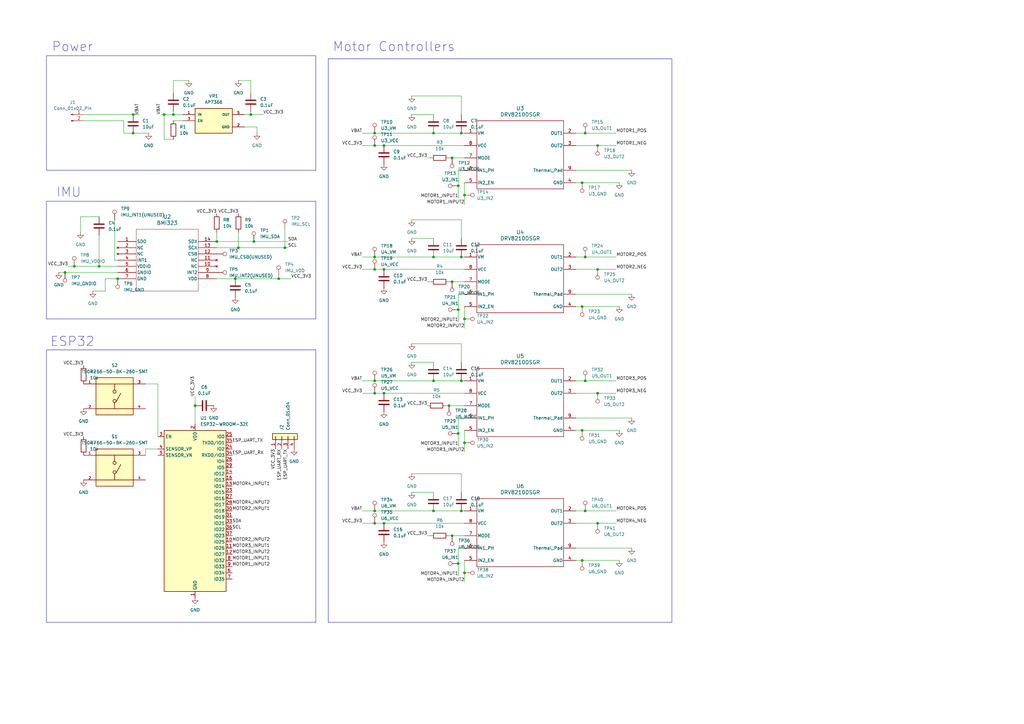
<source format=kicad_sch>
(kicad_sch (version 20250114) (generator "eeschema") (generator_version "9.0")
  (paper "A3")
  (rectangle (start 19.05 82.55) (end 129.54 130.81))
  (rectangle (start 19.05 22.86) (end 129.54 69.85))
  (rectangle (start 19.05 143.51) (end 129.54 255.27))
  (rectangle (start 134.62 24.13) (end 275.59 255.27))
  (text "IMU" (at 28.194 78.994 0) (effects (font (size 3.81 3.81))))
  (text "Motor Controllers" (at 161.544 19.304 0) (effects (font (size 3.81 3.81))))
  (text "ESP32" (at 29.718 140.208 0) (effects (font (size 3.81 3.81))))
  (text "Power" (at 29.718 19.304 0) (effects (font (size 3.81 3.81))))
  (junction (at 157.48 59.69))
  (junction (at 185.42 64.77))
  (junction (at 104.14 99.06))
  (junction (at 26.67 111.76))
  (junction (at 67.31 46.99))
  (junction (at 190.5 181.61))
  (junction (at 185.42 219.71))
  (junction (at 187.96 177.8))
  (junction (at 245.11 59.69))
  (junction (at 238.76 229.87))
  (junction (at 54.61 54.61))
  (junction (at 240.03 156.21))
  (junction (at 157.48 214.63))
  (junction (at 190.5 234.95))
  (junction (at 189.23 209.55))
  (junction (at 116.84 101.6))
  (junction (at 153.67 156.21))
  (junction (at 96.52 114.3))
  (junction (at 153.67 54.61))
  (junction (at 190.5 130.81))
  (junction (at 240.03 54.61))
  (junction (at 40.64 109.22))
  (junction (at 238.76 74.93))
  (junction (at 189.23 54.61))
  (junction (at 187.96 76.2))
  (junction (at 245.11 161.29))
  (junction (at 153.67 110.49))
  (junction (at 88.9 99.06))
  (junction (at 153.67 105.41))
  (junction (at 184.15 166.37))
  (junction (at 97.79 101.6))
  (junction (at 185.42 115.57))
  (junction (at 30.48 109.22))
  (junction (at 177.8 105.41))
  (junction (at 153.67 59.69))
  (junction (at 238.76 125.73))
  (junction (at 157.48 161.29))
  (junction (at 240.03 105.41))
  (junction (at 157.48 110.49))
  (junction (at 245.11 110.49))
  (junction (at 187.96 231.14))
  (junction (at 48.26 114.3))
  (junction (at 153.67 209.55))
  (junction (at 114.3 114.3))
  (junction (at 240.03 209.55))
  (junction (at 153.67 161.29))
  (junction (at 177.8 54.61))
  (junction (at 190.5 80.01))
  (junction (at 102.87 46.99))
  (junction (at 177.8 209.55))
  (junction (at 153.67 214.63))
  (junction (at 187.96 127))
  (junction (at 189.23 156.21))
  (junction (at 177.8 156.21))
  (junction (at 71.12 46.99))
  (junction (at 189.23 105.41))
  (junction (at 54.61 46.99))
  (junction (at 80.01 166.37))
  (junction (at 245.11 214.63))
  (junction (at 238.76 176.53))
  (wire (pts (xy 245.11 110.49) (xy 252.73 110.49)))
  (wire (pts (xy 259.08 120.65) (xy 236.22 120.65)))
  (wire (pts (xy 102.87 38.1) (xy 102.87 33.02)))
  (wire (pts (xy 189.23 54.61) (xy 190.5 54.61)))
  (wire (pts (xy 259.08 69.85) (xy 236.22 69.85)))
  (wire (pts (xy 46.99 106.68) (xy 48.26 106.68)))
  (wire (pts (xy 185.42 219.71) (xy 190.5 219.71)))
  (wire (pts (xy 148.59 161.29) (xy 153.67 161.29)))
  (wire (pts (xy 238.76 74.93) (xy 236.22 74.93)))
  (wire (pts (xy 190.5 125.73) (xy 190.5 130.81)))
  (wire (pts (xy 114.3 113.03) (xy 114.3 114.3)))
  (wire (pts (xy 148.59 59.69) (xy 153.67 59.69)))
  (wire (pts (xy 157.48 59.69) (xy 190.5 59.69)))
  (wire (pts (xy 71.12 33.02) (xy 77.47 33.02)))
  (wire (pts (xy 153.67 214.63) (xy 157.48 214.63)))
  (wire (pts (xy 187.96 231.14) (xy 187.96 236.22)))
  (wire (pts (xy 184.15 166.37) (xy 190.5 166.37)))
  (wire (pts (xy 104.14 99.06) (xy 118.11 99.06)))
  (wire (pts (xy 236.22 110.49) (xy 245.11 110.49)))
  (wire (pts (xy 185.42 64.77) (xy 190.5 64.77)))
  (wire (pts (xy 33.02 88.9) (xy 40.64 88.9)))
  (wire (pts (xy 59.69 157.48) (xy 64.77 157.48)))
  (wire (pts (xy 238.76 176.53) (xy 236.22 176.53)))
  (wire (pts (xy 114.3 114.3) (xy 119.38 114.3)))
  (wire (pts (xy 175.26 115.57) (xy 176.53 115.57)))
  (wire (pts (xy 236.22 161.29) (xy 245.11 161.29)))
  (wire (pts (xy 177.8 54.61) (xy 189.23 54.61)))
  (wire (pts (xy 148.59 105.41) (xy 153.67 105.41)))
  (wire (pts (xy 50.8 49.53) (xy 34.29 49.53)))
  (wire (pts (xy 236.22 209.55) (xy 240.03 209.55)))
  (wire (pts (xy 240.03 54.61) (xy 252.73 54.61)))
  (wire (pts (xy 43.18 114.3) (xy 48.26 114.3)))
  (wire (pts (xy 168.91 46.99) (xy 177.8 46.99)))
  (wire (pts (xy 153.67 105.41) (xy 177.8 105.41)))
  (wire (pts (xy 64.77 179.07) (xy 64.77 157.48)))
  (wire (pts (xy 54.61 46.99) (xy 57.15 46.99)))
  (wire (pts (xy 245.11 214.63) (xy 252.73 214.63)))
  (wire (pts (xy 153.67 161.29) (xy 157.48 161.29)))
  (wire (pts (xy 190.5 80.01) (xy 190.5 83.82)))
  (wire (pts (xy 190.5 74.93) (xy 190.5 80.01)))
  (wire (pts (xy 187.96 120.65) (xy 190.5 120.65)))
  (wire (pts (xy 189.23 201.93) (xy 189.23 194.31)))
  (wire (pts (xy 185.42 115.57) (xy 184.15 115.57)))
  (wire (pts (xy 148.59 209.55) (xy 153.67 209.55)))
  (wire (pts (xy 27.94 109.22) (xy 30.48 109.22)))
  (wire (pts (xy 26.67 111.76) (xy 48.26 111.76)))
  (wire (pts (xy 40.64 109.22) (xy 48.26 109.22)))
  (wire (pts (xy 116.84 93.98) (xy 116.84 101.6)))
  (wire (pts (xy 236.22 59.69) (xy 245.11 59.69)))
  (wire (pts (xy 40.64 96.52) (xy 40.64 109.22)))
  (wire (pts (xy 245.11 59.69) (xy 252.73 59.69)))
  (wire (pts (xy 148.59 156.21) (xy 153.67 156.21)))
  (wire (pts (xy 97.79 33.02) (xy 102.87 33.02)))
  (wire (pts (xy 71.12 57.15) (xy 67.31 57.15)))
  (wire (pts (xy 177.8 209.55) (xy 189.23 209.55)))
  (wire (pts (xy 118.11 101.6) (xy 116.84 101.6)))
  (wire (pts (xy 177.8 105.41) (xy 189.23 105.41)))
  (wire (pts (xy 190.5 234.95) (xy 190.5 238.76)))
  (wire (pts (xy 175.26 219.71) (xy 176.53 219.71)))
  (wire (pts (xy 187.96 69.85) (xy 187.96 76.2)))
  (wire (pts (xy 190.5 176.53) (xy 190.5 181.61)))
  (wire (pts (xy 153.67 209.55) (xy 177.8 209.55)))
  (wire (pts (xy 148.59 54.61) (xy 153.67 54.61)))
  (wire (pts (xy 187.96 171.45) (xy 187.96 177.8)))
  (wire (pts (xy 254 229.87) (xy 238.76 229.87)))
  (wire (pts (xy 184.15 166.37) (xy 182.88 166.37)))
  (wire (pts (xy 148.59 214.63) (xy 153.67 214.63)))
  (wire (pts (xy 80.01 162.56) (xy 80.01 166.37)))
  (wire (pts (xy 88.9 99.06) (xy 104.14 99.06)))
  (wire (pts (xy 175.26 64.77) (xy 176.53 64.77)))
  (wire (pts (xy 189.23 156.21) (xy 190.5 156.21)))
  (wire (pts (xy 190.5 181.61) (xy 190.5 185.42)))
  (wire (pts (xy 50.8 54.61) (xy 54.61 54.61)))
  (wire (pts (xy 184.15 64.77) (xy 185.42 64.77)))
  (wire (pts (xy 71.12 46.99) (xy 74.93 46.99)))
  (wire (pts (xy 88.9 114.3) (xy 96.52 114.3)))
  (wire (pts (xy 157.48 110.49) (xy 190.5 110.49)))
  (wire (pts (xy 190.5 130.81) (xy 190.5 134.62)))
  (wire (pts (xy 187.96 177.8) (xy 187.96 182.88)))
  (wire (pts (xy 189.23 97.79) (xy 189.23 90.17)))
  (wire (pts (xy 100.33 46.99) (xy 102.87 46.99)))
  (wire (pts (xy 66.04 46.99) (xy 67.31 46.99)))
  (wire (pts (xy 50.8 54.61) (xy 50.8 49.53)))
  (wire (pts (xy 71.12 49.53) (xy 74.93 49.53)))
  (wire (pts (xy 153.67 110.49) (xy 157.48 110.49)))
  (wire (pts (xy 236.22 54.61) (xy 240.03 54.61)))
  (wire (pts (xy 153.67 156.21) (xy 177.8 156.21)))
  (wire (pts (xy 97.79 101.6) (xy 116.84 101.6)))
  (wire (pts (xy 189.23 148.59) (xy 189.23 140.97)))
  (wire (pts (xy 102.87 45.72) (xy 102.87 46.99)))
  (wire (pts (xy 153.67 59.69) (xy 157.48 59.69)))
  (wire (pts (xy 187.96 76.2) (xy 187.96 81.28)))
  (wire (pts (xy 254 176.53) (xy 238.76 176.53)))
  (wire (pts (xy 67.31 57.15) (xy 67.31 46.99)))
  (wire (pts (xy 254 125.73) (xy 238.76 125.73)))
  (wire (pts (xy 238.76 125.73) (xy 236.22 125.73)))
  (wire (pts (xy 187.96 69.85) (xy 190.5 69.85)))
  (wire (pts (xy 157.48 214.63) (xy 190.5 214.63)))
  (wire (pts (xy 187.96 127) (xy 187.96 132.08)))
  (wire (pts (xy 67.31 46.99) (xy 71.12 46.99)))
  (wire (pts (xy 187.96 224.79) (xy 190.5 224.79)))
  (wire (pts (xy 88.9 95.25) (xy 88.9 99.06)))
  (wire (pts (xy 240.03 209.55) (xy 252.73 209.55)))
  (wire (pts (xy 236.22 156.21) (xy 240.03 156.21)))
  (wire (pts (xy 59.69 186.69) (xy 59.69 184.15)))
  (wire (pts (xy 187.96 224.79) (xy 187.96 231.14)))
  (wire (pts (xy 102.87 46.99) (xy 107.95 46.99)))
  (wire (pts (xy 236.22 214.63) (xy 245.11 214.63)))
  (wire (pts (xy 24.13 111.76) (xy 26.67 111.76)))
  (wire (pts (xy 189.23 105.41) (xy 190.5 105.41)))
  (wire (pts (xy 105.41 54.61) (xy 105.41 52.07)))
  (wire (pts (xy 189.23 209.55) (xy 190.5 209.55)))
  (wire (pts (xy 245.11 161.29) (xy 252.73 161.29)))
  (wire (pts (xy 34.29 46.99) (xy 54.61 46.99)))
  (wire (pts (xy 168.91 140.97) (xy 189.23 140.97)))
  (wire (pts (xy 168.91 194.31) (xy 189.23 194.31)))
  (wire (pts (xy 259.08 224.79) (xy 236.22 224.79)))
  (wire (pts (xy 168.91 97.79) (xy 177.8 97.79)))
  (wire (pts (xy 177.8 156.21) (xy 189.23 156.21)))
  (wire (pts (xy 259.08 171.45) (xy 236.22 171.45)))
  (wire (pts (xy 168.91 201.93) (xy 177.8 201.93)))
  (wire (pts (xy 240.03 105.41) (xy 252.73 105.41)))
  (wire (pts (xy 80.01 166.37) (xy 80.01 173.99)))
  (wire (pts (xy 168.91 148.59) (xy 177.8 148.59)))
  (wire (pts (xy 190.5 115.57) (xy 185.42 115.57)))
  (wire (pts (xy 46.99 90.17) (xy 46.99 106.68)))
  (wire (pts (xy 236.22 105.41) (xy 240.03 105.41)))
  (wire (pts (xy 190.5 229.87) (xy 190.5 234.95)))
  (wire (pts (xy 97.79 101.6) (xy 88.9 101.6)))
  (wire (pts (xy 187.96 120.65) (xy 187.96 127)))
  (wire (pts (xy 30.48 109.22) (xy 40.64 109.22)))
  (wire (pts (xy 97.79 95.25) (xy 97.79 101.6)))
  (wire (pts (xy 38.1 119.38) (xy 43.18 119.38)))
  (wire (pts (xy 59.69 184.15) (xy 64.77 184.15)))
  (wire (pts (xy 148.59 110.49) (xy 153.67 110.49)))
  (wire (pts (xy 33.02 88.9) (xy 33.02 95.25)))
  (wire (pts (xy 54.61 54.61) (xy 60.96 54.61)))
  (wire (pts (xy 43.18 119.38) (xy 43.18 114.3)))
  (wire (pts (xy 153.67 54.61) (xy 177.8 54.61)))
  (wire (pts (xy 71.12 45.72) (xy 71.12 46.99)))
  (wire (pts (xy 254 74.93) (xy 238.76 74.93)))
  (wire (pts (xy 71.12 38.1) (xy 71.12 33.02)))
  (wire (pts (xy 238.76 229.87) (xy 236.22 229.87)))
  (wire (pts (xy 240.03 156.21) (xy 252.73 156.21)))
  (wire (pts (xy 168.91 39.37) (xy 189.23 39.37)))
  (wire (pts (xy 189.23 46.99) (xy 189.23 39.37)))
  (wire (pts (xy 185.42 219.71) (xy 184.15 219.71)))
  (wire (pts (xy 157.48 161.29) (xy 190.5 161.29)))
  (wire (pts (xy 96.52 114.3) (xy 114.3 114.3)))
  (wire (pts (xy 168.91 90.17) (xy 189.23 90.17)))
  (wire (pts (xy 187.96 171.45) (xy 190.5 171.45)))
  (wire (pts (xy 105.41 52.07) (xy 100.33 52.07)))
  (label "MOTOR1_INPUT1" (at 187.96 81.28 180))
  (label "MOTOR2_INPUT2" (at 95.25 222.25 0))
  (label "MOTOR4_NEG" (at 252.73 214.63 0))
  (label "MOTOR4_INPUT2" (at 190.5 238.76 180))
  (label "MOTOR4_INPUT1" (at 187.96 236.22 180))
  (label "MOTOR1_NEG" (at 252.73 59.69 0))
  (label "MOTOR2_INPUT2" (at 190.5 134.62 180))
  (label "VCC_3V3" (at 34.29 179.07 180))
  (label "MOTOR3_NEG" (at 252.73 161.29 0))
  (label "SDA" (at 118.11 99.06 0))
  (label "MOTOR2_POS" (at 252.73 105.41 0))
  (label "VCC_3V3" (at 34.29 149.86 180))
  (label "MOTOR2_NEG" (at 252.73 110.49 0))
  (label "VBAT" (at 148.59 105.41 180))
  (label "VBAT" (at 148.59 156.21 180))
  (label "VCC_3V3" (at 175.26 219.71 180))
  (label "MOTOR3_INPUT1" (at 187.96 182.88 180))
  (label "VCC_3V3" (at 119.38 114.3 0))
  (label "ESP_UART_RX" (at 115.57 184.15 270))
  (label "MOTOR3_POS" (at 252.73 156.21 0))
  (label "VCC_3V3" (at 107.95 46.99 0))
  (label "VBAT" (at 66.04 46.99 90))
  (label "MOTOR4_POS" (at 252.73 209.55 0))
  (label "VBAT" (at 57.15 46.99 90))
  (label "VBAT" (at 148.59 54.61 180))
  (label "VCC_3V3" (at 80.01 162.56 90))
  (label "MOTOR1_INPUT2" (at 190.5 83.82 180))
  (label "MOTOR1_POS" (at 252.73 54.61 0))
  (label "MOTOR3_INPUT1" (at 95.25 224.79 0))
  (label "MOTOR4_INPUT2" (at 95.25 207.01 0))
  (label "VCC_3V3" (at 175.26 166.37 180))
  (label "VCC_3V3" (at 175.26 64.77 180))
  (label "VCC_3V3" (at 27.94 109.22 180))
  (label "VCC_3V3" (at 175.26 115.57 180))
  (label "VCC_3V3" (at 148.59 214.63 180))
  (label "MOTOR4_INPUT1" (at 95.25 199.39 0))
  (label "VCC_3V3" (at 148.59 59.69 180))
  (label "VCC_3V3" (at 113.03 184.15 270))
  (label "VCC_3V3" (at 148.59 161.29 180))
  (label "SDA" (at 95.25 214.63 0))
  (label "MOTOR3_INPUT2" (at 190.5 185.42 180))
  (label "MOTOR1_INPUT1" (at 95.25 229.87 0))
  (label "MOTOR3_INPUT2" (at 95.25 227.33 0))
  (label "VCC_3V3" (at 97.79 87.63 180))
  (label "ESP_UART_TX" (at 95.25 181.61 0))
  (label "MOTOR1_INPUT2" (at 95.25 232.41 0))
  (label "MOTOR2_INPUT1" (at 95.25 209.55 0))
  (label "ESP_UART_RX" (at 95.25 186.69 0))
  (label "VCC_3V3" (at 88.9 87.63 180))
  (label "MOTOR2_INPUT1" (at 187.96 132.08 180))
  (label "SCL" (at 95.25 217.17 0))
  (label "ESP_UART_TX" (at 118.11 184.15 270))
  (label "SCL" (at 118.11 101.6 0))
  (label "VCC_3V3" (at 148.59 110.49 180))
  (label "VBAT" (at 148.59 209.55 180))
  (symbol (lib_id "Device:R") (at 180.34 64.77 90) (unit 1)
    (property "Reference" "R3" (at 180.34 58.42 90))
    (property "Value" "10k" (at 180.34 60.96 90))
    (property "Footprint" "Resistor_SMD:R_0603_1608Metric" (effects (hide yes)))
    (property "Description" "Resistor" (effects (hide yes)))
  )
  (symbol (lib_id "power:GND") (at 168.91 97.79 0) (unit 1)
    (property "Reference" "#PWR020" (effects (hide yes)))
    (property "Value" "GND" (at 168.91 102.87 0))
    (property "Description" "Power symbol creates a global label with name \"GND\" , ground" (effects (hide yes)))
  )
  (symbol (lib_id "power:GND") (at 168.91 90.17 0) (unit 1)
    (property "Reference" "#PWR019" (effects (hide yes)))
    (property "Value" "GND" (at 168.91 95.25 0))
    (property "Description" "Power symbol creates a global label with name \"GND\" , ground" (effects (hide yes)))
  )
  (symbol (lib_id "power:GND") (at 157.48 222.25 0) (unit 1)
    (property "Reference" "#PWR028" (effects (hide yes)))
    (property "Value" "GND" (at 157.48 227.33 0))
    (property "Description" "Power symbol creates a global label with name \"GND\" , ground" (effects (hide yes)))
  )
  (symbol (lib_id "2025-09-15_20-21-28:DRV8210DSGR") (at 190.5 54.61 0) (unit 1)
    (property "Reference" "U3" (at 213.36 44.45 0) (effects (font (size 1.524 1.524))))
    (property "Value" "DRV8210DSGR" (at 213.36 46.99 0) (effects (font (size 1.524 1.524))))
    (property "Footprint" "footprints:DSG0008A-IPC_A" (effects (hide yes)))
    (property "Datasheet" "https://www.ti.com/lit/gpn/drv8210" (effects (hide yes)))
  )
  (symbol (lib_id "Connector_Generic:Conn_01x04") (at 115.57 179.07 90) (unit 1)
    (property "Reference" "J2" (at 115.5699 176.53 0) (effects (justify left)))
    (property "Value" "Conn_01x04" (at 118.1099 176.53 0) (effects (justify left)))
    (property "Footprint" "footprints:JST_B4B-PH-SM4-TB" (effects (hide yes)))
    (property "Description" "Generic connector, single row, 01x04, script generated (kicad-library-utils/schlib/autogen/connector/)" (effects (hide yes)))
  )
  (symbol (lib_id "power:GND") (at 259.08 120.65 0) (unit 1)
    (property "Reference" "#PWR022" (effects (hide yes)))
    (property "Value" "GND" (at 259.08 125.73 0))
    (property "Description" "Power symbol creates a global label with name \"GND\" , ground" (effects (hide yes)))
  )
  (symbol (lib_id "Connector:TestPoint") (at 153.67 156.21 0) (unit 1)
    (property "Reference" "TP26" (at 156.21 151.6379 0) (effects (justify left)))
    (property "Value" "U5_VM" (at 156.21 154.1779 0) (effects (justify left)))
    (property "Footprint" "TestPoint:TestPoint_Pad_1.0x1.0mm" (effects (hide yes)))
    (property "Description" "test point" (effects (hide yes)))
  )
  (symbol (lib_id "Connector:TestPoint") (at 153.67 214.63 0) (unit 1)
    (property "Reference" "TP35" (at 156.21 210.0579 0) (effects (justify left)))
    (property "Value" "U6_VCC" (at 156.21 212.5979 0) (effects (justify left)))
    (property "Footprint" "TestPoint:TestPoint_Pad_1.0x1.0mm" (effects (hide yes)))
    (property "Description" "test point" (effects (hide yes)))
  )
  (symbol (lib_id "power:GND") (at 87.63 166.37 0) (unit 1)
    (property "Reference" "#PWR010" (effects (hide yes)))
    (property "Value" "GND" (at 87.63 171.45 0))
    (property "Description" "Power symbol creates a global label with name \"GND\" , ground" (effects (hide yes)))
  )
  (symbol (lib_id "power:GND") (at 259.08 171.45 0) (unit 1)
    (property "Reference" "#PWR027" (effects (hide yes)))
    (property "Value" "GND" (at 259.08 176.53 0))
    (property "Description" "Power symbol creates a global label with name \"GND\" , ground" (effects (hide yes)))
  )
  (symbol (lib_id "power:GND") (at 259.08 224.79 0) (unit 1)
    (property "Reference" "#PWR032" (effects (hide yes)))
    (property "Value" "GND" (at 259.08 229.87 0))
    (property "Description" "Power symbol creates a global label with name \"GND\" , ground" (effects (hide yes)))
  )
  (symbol (lib_id "Device:C") (at 157.48 165.1 0) (unit 1)
    (property "Reference" "C13" (at 161.29 163.8299 0) (effects (justify left)))
    (property "Value" "0.1uF" (at 161.29 166.3699 0) (effects (justify left)))
    (property "Footprint" "Capacitor_SMD:C_0603_1608Metric" (effects (hide yes)))
    (property "Description" "Unpolarized capacitor" (effects (hide yes)))
  )
  (symbol (lib_id "Connector:TestPoint") (at 88.9 104.14 270) (unit 1)
    (property "Reference" "TP3" (at 93.98 102.8699 90) (effects (justify left)))
    (property "Value" "IMU_CSB(UNUSED)" (at 93.98 105.4099 90) (effects (justify left)))
    (property "Footprint" "TestPoint:TestPoint_Pad_1.0x1.0mm" (effects (hide yes)))
    (property "Description" "test point" (effects (hide yes)))
  )
  (symbol (lib_id "Connector:TestPoint") (at 238.76 229.87 180) (unit 1)
    (property "Reference" "TP39" (at 241.3 231.9019 0) (effects (justify right)))
    (property "Value" "U6_GND" (at 241.3 234.4419 0) (effects (justify right)))
    (property "Footprint" "TestPoint:TestPoint_Pad_1.0x1.0mm" (effects (hide yes)))
    (property "Description" "test point" (effects (hide yes)))
  )
  (symbol (lib_id "power:GND") (at 254 74.93 0) (unit 1)
    (property "Reference" "#PWR015" (effects (hide yes)))
    (property "Value" "GND" (at 254 80.01 0))
    (property "Description" "Power symbol creates a global label with name \"GND\" , ground" (effects (hide yes)))
  )
  (symbol (lib_id "Connector:TestPoint") (at 185.42 115.57 180) (unit 1)
    (property "Reference" "TP20" (at 187.96 117.6019 0) (effects (justify right)))
    (property "Value" "U4_MODE" (at 187.96 120.1419 0) (effects (justify right)))
    (property "Footprint" "TestPoint:TestPoint_Pad_1.0x1.0mm" (effects (hide yes)))
    (property "Description" "test point" (effects (hide yes)))
  )
  (symbol (lib_id "power:GND") (at 38.1 119.38 0) (unit 1)
    (property "Reference" "#PWR07" (effects (hide yes)))
    (property "Value" "GND" (at 38.1 124.46 0))
    (property "Description" "Power symbol creates a global label with name \"GND\" , ground" (effects (hide yes)))
  )
  (symbol (lib_id "Device:C") (at 157.48 218.44 0) (unit 1)
    (property "Reference" "C16" (at 161.29 217.1699 0) (effects (justify left)))
    (property "Value" "0.1uF" (at 161.29 219.7099 0) (effects (justify left)))
    (property "Footprint" "Capacitor_SMD:C_0603_1608Metric" (effects (hide yes)))
    (property "Description" "Unpolarized capacitor" (effects (hide yes)))
  )
  (symbol (lib_id "2025-09-15_20-21-28:DRV8210DSGR") (at 190.5 156.21 0) (unit 1)
    (property "Reference" "U5" (at 213.36 146.05 0) (effects (font (size 1.524 1.524))))
    (property "Value" "DRV8210DSGR" (at 213.36 148.59 0) (effects (font (size 1.524 1.524))))
    (property "Footprint" "footprints:DSG0008A-IPC_A" (effects (hide yes)))
    (property "Datasheet" "https://www.ti.com/lit/gpn/drv8210" (effects (hide yes)))
  )
  (symbol (lib_id "Connector:TestPoint") (at 238.76 125.73 180) (unit 1)
    (property "Reference" "TP23" (at 241.3 127.7619 0) (effects (justify right)))
    (property "Value" "U4_GND" (at 241.3 130.3019 0) (effects (justify right)))
    (property "Footprint" "TestPoint:TestPoint_Pad_1.0x1.0mm" (effects (hide yes)))
    (property "Description" "test point" (effects (hide yes)))
  )
  (symbol (lib_id "Connector:TestPoint") (at 48.26 114.3 180) (unit 1)
    (property "Reference" "TP6" (at 50.8 116.3319 0) (effects (justify right)))
    (property "Value" "IMU_GND" (at 50.8 118.8719 0) (effects (justify right)))
    (property "Footprint" "TestPoint:TestPoint_Pad_1.0x1.0mm" (effects (hide yes)))
    (property "Description" "test point" (effects (hide yes)))
  )
  (symbol (lib_id "Device:C") (at 189.23 152.4 0) (unit 1)
    (property "Reference" "C15" (at 193.04 151.1299 0) (effects (justify left)))
    (property "Value" "0.1uF" (at 193.04 153.6699 0) (effects (justify left)))
    (property "Footprint" "Capacitor_SMD:C_0603_1608Metric" (effects (hide yes)))
    (property "Description" "Unpolarized capacitor" (effects (hide yes)))
  )
  (symbol (lib_id "power:GND") (at 80.01 245.11 0) (unit 1)
    (property "Reference" "#PWR05" (effects (hide yes)))
    (property "Value" "GND" (at 80.01 250.19 0))
    (property "Description" "Power symbol creates a global label with name \"GND\" , ground" (effects (hide yes)))
  )
  (symbol (lib_id "Device:R") (at 71.12 53.34 0) (unit 1)
    (property "Reference" "R1" (at 73.66 52.0699 0) (effects (justify left)))
    (property "Value" "10k" (at 73.66 54.6099 0) (effects (justify left)))
    (property "Footprint" "Resistor_SMD:R_0603_1608Metric" (effects (hide yes)))
    (property "Description" "Resistor" (effects (hide yes)))
  )
  (symbol (lib_id "RF_Module:ESP32-WROOM-32E") (at 80.01 209.55 0) (unit 1)
    (property "Reference" "U1" (at 82.1533 171.45 0) (effects (justify left)))
    (property "Value" "ESP32-WROOM-32E" (at 82.1533 173.99 0) (effects (justify left)))
    (property "Footprint" "RF_Module:ESP32-WROOM-32D" (effects (hide yes)))
    (property "Datasheet" "https://www.espressif.com/sites/default/files/documentation/esp32-wroom-32e_esp32-wroom-32ue_datasheet_en.pdf" (effects (hide yes)))
    (property "Description" "RF Module, ESP32-D0WD-V3 SoC, without PSRAM, Wi-Fi 802.11b/g/n, Bluetooth, BLE, 32-bit, 2.7-3.6V, onboard antenna, SMD" (effects (hide yes)))
  )
  (symbol (lib_id "Device:C") (at 177.8 205.74 0) (unit 1)
    (property "Reference" "C17" (at 181.61 204.4699 0) (effects (justify left)))
    (property "Value" "10uF" (at 181.61 207.0099 0) (effects (justify left)))
    (property "Footprint" "Capacitor_SMD:C_0805_2012Metric" (effects (hide yes)))
    (property "Description" "Unpolarized capacitor" (effects (hide yes)))
  )
  (symbol (lib_id "Connector:TestPoint") (at 185.42 64.77 180) (unit 1)
    (property "Reference" "TP12" (at 187.96 66.8019 0) (effects (justify right)))
    (property "Value" "U3_MODE" (at 187.96 69.3419 0) (effects (justify right)))
    (property "Footprint" "TestPoint:TestPoint_Pad_1.0x1.0mm" (effects (hide yes)))
    (property "Description" "test point" (effects (hide yes)))
  )
  (symbol (lib_id "Connector:TestPoint") (at 187.96 231.14 90) (unit 1)
    (property "Reference" "TP37" (at 184.658 226.06 90))
    (property "Value" "U6_IN1" (at 184.658 228.6 90))
    (property "Footprint" "TestPoint:TestPoint_Pad_1.0x1.0mm" (effects (hide yes)))
    (property "Description" "test point" (effects (hide yes)))
  )
  (symbol (lib_id "2025-09-15_20-21-28:DRV8210DSGR") (at 190.5 105.41 0) (unit 1)
    (property "Reference" "U4" (at 213.36 95.25 0) (effects (font (size 1.524 1.524))))
    (property "Value" "DRV8210DSGR" (at 213.36 97.79 0) (effects (font (size 1.524 1.524))))
    (property "Footprint" "footprints:DSG0008A-IPC_A" (effects (hide yes)))
    (property "Datasheet" "https://www.ti.com/lit/gpn/drv8210" (effects (hide yes)))
  )
  (symbol (lib_id "Device:R") (at 97.79 91.44 0) (unit 1)
    (property "Reference" "R9" (at 100.33 90.1699 0) (effects (justify left)))
    (property "Value" "10k" (at 100.33 92.7099 0) (effects (justify left)))
    (property "Footprint" "Resistor_SMD:R_0603_1608Metric" (effects (hide yes)))
    (property "Description" "Resistor" (effects (hide yes)))
  )
  (symbol (lib_id "Device:C") (at 189.23 50.8 0) (unit 1)
    (property "Reference" "C7" (at 193.04 49.5299 0) (effects (justify left)))
    (property "Value" "0.1uF" (at 193.04 52.0699 0) (effects (justify left)))
    (property "Footprint" "Capacitor_SMD:C_0603_1608Metric" (effects (hide yes)))
    (property "Description" "Unpolarized capacitor" (effects (hide yes)))
  )
  (symbol (lib_id "Connector:TestPoint") (at 46.99 90.17 0) (unit 1)
    (property "Reference" "TP9" (at 49.53 85.5979 0) (effects (justify left)))
    (property "Value" "IMU_INT1(UNUSED)" (at 49.53 88.1379 0) (effects (justify left)))
    (property "Footprint" "TestPoint:TestPoint_Pad_1.0x1.0mm" (effects (hide yes)))
    (property "Description" "test point" (effects (hide yes)))
  )
  (symbol (lib_id "Connector:TestPoint") (at 153.67 59.69 0) (unit 1)
    (property "Reference" "TP11" (at 156.21 55.1179 0) (effects (justify left)))
    (property "Value" "U3_VCC" (at 156.21 57.6579 0) (effects (justify left)))
    (property "Footprint" "TestPoint:TestPoint_Pad_1.0x1.0mm" (effects (hide yes)))
    (property "Description" "test point" (effects (hide yes)))
  )
  (symbol (lib_id "Device:C") (at 189.23 101.6 0) (unit 1)
    (property "Reference" "C12" (at 193.04 100.3299 0) (effects (justify left)))
    (property "Value" "0.1uF" (at 193.04 102.8699 0) (effects (justify left)))
    (property "Footprint" "Capacitor_SMD:C_0603_1608Metric" (effects (hide yes)))
    (property "Description" "Unpolarized capacitor" (effects (hide yes)))
  )
  (symbol (lib_id "Connector:TestPoint") (at 187.96 127 90) (unit 1)
    (property "Reference" "TP21" (at 184.658 121.92 90))
    (property "Value" "U4_IN1" (at 184.658 124.46 90))
    (property "Footprint" "TestPoint:TestPoint_Pad_1.0x1.0mm" (effects (hide yes)))
    (property "Description" "test point" (effects (hide yes)))
  )
  (symbol (lib_id "Connector:TestPoint") (at 30.48 109.22 0) (unit 1)
    (property "Reference" "TP8" (at 33.02 104.6479 0) (effects (justify left)))
    (property "Value" "IMU_VDDIO" (at 33.02 107.1879 0) (effects (justify left)))
    (property "Footprint" "TestPoint:TestPoint_Pad_1.0x1.0mm" (effects (hide yes)))
    (property "Description" "test point" (effects (hide yes)))
  )
  (symbol (lib_id "Connector:TestPoint") (at 114.3 113.03 0) (unit 1)
    (property "Reference" "TP4" (at 116.84 108.4579 0) (effects (justify left)))
    (property "Value" "IMU_VDD" (at 116.84 110.9979 0) (effects (justify left)))
    (property "Footprint" "TestPoint:TestPoint_Pad_1.0x1.0mm" (effects (hide yes)))
    (property "Description" "test point" (effects (hide yes)))
  )
  (symbol (lib_id "Connector:TestPoint") (at 88.9 111.76 270) (unit 1)
    (property "Reference" "TP5" (at 93.98 110.4899 90) (effects (justify left)))
    (property "Value" "IMU_INT2(UNUSED)" (at 93.98 113.0299 90) (effects (justify left)))
    (property "Footprint" "TestPoint:TestPoint_Pad_1.0x1.0mm" (effects (hide yes)))
    (property "Description" "test point" (effects (hide yes)))
  )
  (symbol (lib_id "Connector:TestPoint") (at 238.76 74.93 180) (unit 1)
    (property "Reference" "TP17" (at 241.3 76.9619 0) (effects (justify right)))
    (property "Value" "U3_GND" (at 241.3 79.5019 0) (effects (justify right)))
    (property "Footprint" "TestPoint:TestPoint_Pad_1.0x1.0mm" (effects (hide yes)))
    (property "Description" "test point" (effects (hide yes)))
  )
  (symbol (lib_id "Connector:TestPoint") (at 185.42 219.71 180) (unit 1)
    (property "Reference" "TP36" (at 187.96 221.7419 0) (effects (justify right)))
    (property "Value" "U6_MODE" (at 187.96 224.2819 0) (effects (justify right)))
    (property "Footprint" "TestPoint:TestPoint_Pad_1.0x1.0mm" (effects (hide yes)))
    (property "Description" "test point" (effects (hide yes)))
  )
  (symbol (lib_id "Device:C") (at 177.8 50.8 0) (unit 1)
    (property "Reference" "C8" (at 181.61 49.5299 0) (effects (justify left)))
    (property "Value" "10uF" (at 181.61 52.0699 0) (effects (justify left)))
    (property "Footprint" "Capacitor_SMD:C_0805_2012Metric" (effects (hide yes)))
    (property "Description" "Unpolarized capacitor" (effects (hide yes)))
  )
  (symbol (lib_id "Device:C") (at 157.48 114.3 0) (unit 1)
    (property "Reference" "C10" (at 161.29 113.0299 0) (effects (justify left)))
    (property "Value" "0.1uF" (at 161.29 115.5699 0) (effects (justify left)))
    (property "Footprint" "Capacitor_SMD:C_0603_1608Metric" (effects (hide yes)))
    (property "Description" "Unpolarized capacitor" (effects (hide yes)))
  )
  (symbol (lib_id "power:GND") (at 96.52 121.92 0) (unit 1)
    (property "Reference" "#PWR08" (effects (hide yes)))
    (property "Value" "GND" (at 96.52 127 0))
    (property "Description" "Power symbol creates a global label with name \"GND\" , ground" (effects (hide yes)))
  )
  (symbol (lib_id "power:GND") (at 168.91 46.99 0) (unit 1)
    (property "Reference" "#PWR012" (effects (hide yes)))
    (property "Value" "GND" (at 168.91 52.07 0))
    (property "Description" "Power symbol creates a global label with name \"GND\" , ground" (effects (hide yes)))
  )
  (symbol (lib_id "Device:C") (at 83.82 166.37 90) (unit 1)
    (property "Reference" "C6" (at 83.82 158.75 90))
    (property "Value" "0.1uF" (at 83.82 161.29 90))
    (property "Footprint" "Capacitor_SMD:C_0603_1608Metric" (effects (hide yes)))
    (property "Description" "Unpolarized capacitor" (effects (hide yes)))
  )
  (symbol (lib_id "power:GND") (at 157.48 67.31 0) (unit 1)
    (property "Reference" "#PWR011" (effects (hide yes)))
    (property "Value" "GND" (at 157.48 72.39 0))
    (property "Description" "Power symbol creates a global label with name \"GND\" , ground" (effects (hide yes)))
  )
  (symbol (lib_id "power:GND") (at 157.48 168.91 0) (unit 1)
    (property "Reference" "#PWR023" (effects (hide yes)))
    (property "Value" "GND" (at 157.48 173.99 0))
    (property "Description" "Power symbol creates a global label with name \"GND\" , ground" (effects (hide yes)))
  )
  (symbol (lib_id "2025-09-15_20-21-28:DRV8210DSGR") (at 190.5 209.55 0) (unit 1)
    (property "Reference" "U6" (at 213.36 199.39 0) (effects (font (size 1.524 1.524))))
    (property "Value" "DRV8210DSGR" (at 213.36 201.93 0) (effects (font (size 1.524 1.524))))
    (property "Footprint" "footprints:DSG0008A-IPC_A" (effects (hide yes)))
    (property "Datasheet" "https://www.ti.com/lit/gpn/drv8210" (effects (hide yes)))
  )
  (symbol (lib_id "TS04-66-50-BK-260-SMT:TS04-66-50-BK-260-SMT") (at 46.99 162.56 0) (unit 1)
    (property "Reference" "S2" (at 46.99 149.86 0))
    (property "Value" "TS04-66-50-BK-260-SMT" (at 46.99 152.4 0))
    (property "Footprint" "footprints:SW_TS04-66-50-BK-260-SMT" (effects (hide yes)))
    (property "PARTREV" "1.0" (effects (hide yes)))
    (property "MANUFACTURER" "CUI Devices" (effects (hide yes)))
    (property "STANDARD" "Manufacturer Recommendations" (effects (hide yes)))
  )
  (symbol (lib_id "Device:C") (at 40.64 92.71 0) (unit 1)
    (property "Reference" "C4" (at 44.45 91.4399 0) (effects (justify left)))
    (property "Value" "0.1uF" (at 44.45 93.9799 0) (effects (justify left)))
    (property "Footprint" "Capacitor_SMD:C_0603_1608Metric" (effects (hide yes)))
    (property "Description" "Unpolarized capacitor" (effects (hide yes)))
  )
  (symbol (lib_id "Connector:TestPoint") (at 245.11 214.63 180) (unit 1)
    (property "Reference" "TP41" (at 247.65 216.6619 0) (effects (justify right)))
    (property "Value" "U6_OUT2" (at 247.65 219.2019 0) (effects (justify right)))
    (property "Footprint" "TestPoint:TestPoint_Pad_1.0x1.0mm" (effects (hide yes)))
    (property "Description" "test point" (effects (hide yes)))
  )
  (symbol (lib_id "power:GND") (at 77.47 33.02 0) (unit 1)
    (property "Reference" "#PWR03" (effects (hide yes)))
    (property "Value" "GND" (at 77.47 38.1 0))
    (property "Description" "Power symbol creates a global label with name \"GND\" , ground" (effects (hide yes)))
  )
  (symbol (lib_id "Connector:TestPoint") (at 240.03 209.55 0) (unit 1)
    (property "Reference" "TP40" (at 242.57 204.9779 0) (effects (justify left)))
    (property "Value" "U6_OUT1" (at 242.57 207.5179 0) (effects (justify left)))
    (property "Footprint" "TestPoint:TestPoint_Pad_1.0x1.0mm" (effects (hide yes)))
    (property "Description" "test point" (effects (hide yes)))
  )
  (symbol (lib_id "Connector:TestPoint") (at 116.84 93.98 0) (unit 1)
    (property "Reference" "TP2" (at 119.38 89.4079 0) (effects (justify left)))
    (property "Value" "IMU_SCL" (at 119.38 91.9479 0) (effects (justify left)))
    (property "Footprint" "TestPoint:TestPoint_Pad_1.0x1.0mm" (effects (hide yes)))
    (property "Description" "test point" (effects (hide yes)))
  )
  (symbol (lib_id "Connector:TestPoint") (at 245.11 110.49 180) (unit 1)
    (property "Reference" "TP25" (at 247.65 112.5219 0) (effects (justify right)))
    (property "Value" "U4_OUT2" (at 247.65 115.0619 0) (effects (justify right)))
    (property "Footprint" "TestPoint:TestPoint_Pad_1.0x1.0mm" (effects (hide yes)))
    (property "Description" "test point" (effects (hide yes)))
  )
  (symbol (lib_id "Device:C") (at 54.61 50.8 0) (unit 1)
    (property "Reference" "C1" (at 58.42 49.5299 0) (effects (justify left)))
    (property "Value" "10uF" (at 58.42 52.0699 0) (effects (justify left)))
    (property "Footprint" "Capacitor_SMD:C_0805_2012Metric" (effects (hide yes)))
    (property "Description" "Unpolarized capacitor" (effects (hide yes)))
  )
  (symbol (lib_id "Connector:TestPoint") (at 240.03 105.41 0) (unit 1)
    (property "Reference" "TP24" (at 242.57 100.8379 0) (effects (justify left)))
    (property "Value" "U4_OUT1" (at 242.57 103.3779 0) (effects (justify left)))
    (property "Footprint" "TestPoint:TestPoint_Pad_1.0x1.0mm" (effects (hide yes)))
    (property "Description" "test point" (effects (hide yes)))
  )
  (symbol (lib_id "TS04-66-50-BK-260-SMT:TS04-66-50-BK-260-SMT") (at 46.99 191.77 0) (unit 1)
    (property "Reference" "S1" (at 46.99 179.07 0))
    (property "Value" "TS04-66-50-BK-260-SMT" (at 46.99 181.61 0))
    (property "Footprint" "footprints:SW_TS04-66-50-BK-260-SMT" (effects (hide yes)))
    (property "PARTREV" "1.0" (effects (hide yes)))
    (property "MANUFACTURER" "CUI Devices" (effects (hide yes)))
    (property "STANDARD" "Manufacturer Recommendations" (effects (hide yes)))
  )
  (symbol (lib_id "Connector:TestPoint") (at 153.67 161.29 0) (unit 1)
    (property "Reference" "TP27" (at 156.21 156.7179 0) (effects (justify left)))
    (property "Value" "U5_VCC" (at 156.21 159.2579 0) (effects (justify left)))
    (property "Footprint" "TestPoint:TestPoint_Pad_1.0x1.0mm" (effects (hide yes)))
    (property "Description" "test point" (effects (hide yes)))
  )
  (symbol (lib_id "power:GND") (at 168.91 140.97 0) (unit 1)
    (property "Reference" "#PWR024" (effects (hide yes)))
    (property "Value" "GND" (at 168.91 146.05 0))
    (property "Description" "Power symbol creates a global label with name \"GND\" , ground" (effects (hide yes)))
  )
  (symbol (lib_id "Connector:TestPoint") (at 26.67 111.76 180) (unit 1)
    (property "Reference" "TP7" (at 29.21 113.7919 0) (effects (justify right)))
    (property "Value" "IMU_GNDIO" (at 29.21 116.3319 0) (effects (justify right)))
    (property "Footprint" "TestPoint:TestPoint_Pad_1.0x1.0mm" (effects (hide yes)))
    (property "Description" "test point" (effects (hide yes)))
  )
  (symbol (lib_id "AP7366:AP7366-33W5-7") (at 87.63 49.53 0) (unit 1)
    (property "Reference" "VR1" (at 87.63 39.37 0))
    (property "Value" "AP7366" (at 87.63 41.91 0))
    (property "Footprint" "footprints:AP7366-33W5-7" (effects (hide yes)))
    (property "PARTREV" "1-2" (effects (hide yes)))
    (property "MANUFACTURER" "DIODES" (effects (hide yes)))
    (property "MAXIMUM_PACKAGE_HEIGHT" "1.4 mm" (effects (hide yes)))
    (property "STANDARD" "IPC-7351B" (effects (hide yes)))
  )
  (symbol (lib_id "Device:R") (at 88.9 91.44 0) (unit 1)
    (property "Reference" "R8" (at 91.44 90.1699 0) (effects (justify left)))
    (property "Value" "10k" (at 91.44 92.7099 0) (effects (justify left)))
    (property "Footprint" "Resistor_SMD:R_0603_1608Metric" (effects (hide yes)))
    (property "Description" "Resistor" (effects (hide yes)))
  )
  (symbol (lib_id "power:GND") (at 168.91 194.31 0) (unit 1)
    (property "Reference" "#PWR029" (effects (hide yes)))
    (property "Value" "GND" (at 168.91 199.39 0))
    (property "Description" "Power symbol creates a global label with name \"GND\" , ground" (effects (hide yes)))
  )
  (symbol (lib_id "power:GND") (at 120.65 184.15 0) (unit 1)
    (property "Reference" "#PWR016" (effects (hide yes)))
    (property "Value" "GND" (at 120.65 189.23 0))
    (property "Description" "Power symbol creates a global label with name \"GND\" , ground" (effects (hide yes)))
  )
  (symbol (lib_id "Connector:TestPoint") (at 245.11 59.69 180) (unit 1)
    (property "Reference" "TP16" (at 247.65 61.7219 0) (effects (justify right)))
    (property "Value" "U3_OUT2" (at 247.65 64.2619 0) (effects (justify right)))
    (property "Footprint" "TestPoint:TestPoint_Pad_1.0x1.0mm" (effects (hide yes)))
    (property "Description" "test point" (effects (hide yes)))
  )
  (symbol (lib_id "Connector:TestPoint") (at 240.03 54.61 0) (unit 1)
    (property "Reference" "TP15" (at 242.57 50.0379 0) (effects (justify left)))
    (property "Value" "U3_OUT1" (at 242.57 52.5779 0) (effects (justify left)))
    (property "Footprint" "TestPoint:TestPoint_Pad_1.0x1.0mm" (effects (hide yes)))
    (property "Description" "test point" (effects (hide yes)))
  )
  (symbol (lib_id "power:GND") (at 34.29 196.85 0) (unit 1)
    (property "Reference" "#PWR036" (effects (hide yes)))
    (property "Value" "GND" (at 34.29 201.93 0))
    (property "Description" "Power symbol creates a global label with name \"GND\" , ground" (effects (hide yes)))
  )
  (symbol (lib_id "power:GND") (at 168.91 201.93 0) (unit 1)
    (property "Reference" "#PWR030" (effects (hide yes)))
    (property "Value" "GND" (at 168.91 207.01 0))
    (property "Description" "Power symbol creates a global label with name \"GND\" , ground" (effects (hide yes)))
  )
  (symbol (lib_id "power:GND") (at 33.02 95.25 0) (unit 1)
    (property "Reference" "#PWR09" (effects (hide yes)))
    (property "Value" "GND" (at 33.02 100.33 0))
    (property "Description" "Power symbol creates a global label with name \"GND\" , ground" (effects (hide yes)))
  )
  (symbol (lib_id "Device:C") (at 177.8 152.4 0) (unit 1)
    (property "Reference" "C14" (at 181.61 151.1299 0) (effects (justify left)))
    (property "Value" "10uF" (at 181.61 153.6699 0) (effects (justify left)))
    (property "Footprint" "Capacitor_SMD:C_0805_2012Metric" (effects (hide yes)))
    (property "Description" "Unpolarized capacitor" (effects (hide yes)))
  )
  (symbol (lib_id "Connector:TestPoint") (at 153.67 110.49 0) (unit 1)
    (property "Reference" "TP19" (at 156.21 105.9179 0) (effects (justify left)))
    (property "Value" "U4_VCC" (at 156.21 108.4579 0) (effects (justify left)))
    (property "Footprint" "TestPoint:TestPoint_Pad_1.0x1.0mm" (effects (hide yes)))
    (property "Description" "test point" (effects (hide yes)))
  )
  (symbol (lib_id "Connector:TestPoint") (at 104.14 99.06 0) (unit 1)
    (property "Reference" "TP1" (at 106.68 94.4879 0) (effects (justify left)))
    (property "Value" "IMU_SDA" (at 106.68 97.0279 0) (effects (justify left)))
    (property "Footprint" "TestPoint:TestPoint_Pad_1.0x1.0mm" (effects (hide yes)))
    (property "Description" "test point" (effects (hide yes)))
  )
  (symbol (lib_id "Device:R") (at 34.29 153.67 0) (unit 1)
    (property "Reference" "R2" (at 36.83 152.3999 0) (effects (justify left)))
    (property "Value" "10k" (at 36.83 154.9399 0) (effects (justify left)))
    (property "Footprint" "Resistor_SMD:R_0603_1608Metric" (effects (hide yes)))
    (property "Description" "Resistor" (effects (hide yes)))
  )
  (symbol (lib_id "power:GND") (at 254 229.87 0) (unit 1)
    (property "Reference" "#PWR031" (effects (hide yes)))
    (property "Value" "GND" (at 254 234.95 0))
    (property "Description" "Power symbol creates a global label with name \"GND\" , ground" (effects (hide yes)))
  )
  (symbol (lib_id "power:GND") (at 24.13 111.76 0) (unit 1)
    (property "Reference" "#PWR06" (effects (hide yes)))
    (property "Value" "GND" (at 24.13 116.84 0))
    (property "Description" "Power symbol creates a global label with name \"GND\" , ground" (effects (hide yes)))
  )
  (symbol (lib_id "Device:R") (at 180.34 219.71 90) (unit 1)
    (property "Reference" "R6" (at 180.34 213.36 90))
    (property "Value" "10k" (at 180.34 215.9 90))
    (property "Footprint" "Resistor_SMD:R_0603_1608Metric" (effects (hide yes)))
    (property "Description" "Resistor" (effects (hide yes)))
  )
  (symbol (lib_id "Device:C") (at 157.48 63.5 0) (unit 1)
    (property "Reference" "C9" (at 161.29 62.2299 0) (effects (justify left)))
    (property "Value" "0.1uF" (at 161.29 64.7699 0) (effects (justify left)))
    (property "Footprint" "Capacitor_SMD:C_0603_1608Metric" (effects (hide yes)))
    (property "Description" "Unpolarized capacitor" (effects (hide yes)))
  )
  (symbol (lib_id "Connector:TestPoint") (at 190.5 80.01 270) (unit 1)
    (property "Reference" "TP14" (at 195.58 78.7399 90) (effects (justify left)))
    (property "Value" "U3_IN2" (at 195.58 81.2799 90) (effects (justify left)))
    (property "Footprint" "TestPoint:TestPoint_Pad_1.0x1.0mm" (effects (hide yes)))
    (property "Description" "test point" (effects (hide yes)))
  )
  (symbol (lib_id "power:GND") (at 60.96 54.61 0) (unit 1)
    (property "Reference" "#PWR01" (effects (hide yes)))
    (property "Value" "GND" (at 60.96 59.69 0))
    (property "Description" "Power symbol creates a global label with name \"GND\" , ground" (effects (hide yes)))
  )
  (symbol (lib_id "power:GND") (at 259.08 69.85 0) (unit 1)
    (property "Reference" "#PWR017" (effects (hide yes)))
    (property "Value" "GND" (at 259.08 74.93 0))
    (property "Description" "Power symbol creates a global label with name \"GND\" , ground" (effects (hide yes)))
  )
  (symbol (lib_id "Connector:TestPoint") (at 238.76 176.53 180) (unit 1)
    (property "Reference" "TP31" (at 241.3 178.5619 0) (effects (justify right)))
    (property "Value" "U5_GND" (at 241.3 181.1019 0) (effects (justify right)))
    (property "Footprint" "TestPoint:TestPoint_Pad_1.0x1.0mm" (effects (hide yes)))
    (property "Description" "test point" (effects (hide yes)))
  )
  (symbol (lib_id "power:GND") (at 168.91 39.37 0) (unit 1)
    (property "Reference" "#PWR013" (effects (hide yes)))
    (property "Value" "GND" (at 168.91 44.45 0))
    (property "Description" "Power symbol creates a global label with name \"GND\" , ground" (effects (hide yes)))
  )
  (symbol (lib_id "power:GND") (at 168.91 148.59 0) (unit 1)
    (property "Reference" "#PWR025" (effects (hide yes)))
    (property "Value" "GND" (at 168.91 153.67 0))
    (property "Description" "Power symbol creates a global label with name \"GND\" , ground" (effects (hide yes)))
  )
  (symbol (lib_id "Connector:TestPoint") (at 190.5 130.81 270) (unit 1)
    (property "Reference" "TP22" (at 195.58 129.5399 90) (effects (justify left)))
    (property "Value" "U4_IN2" (at 195.58 132.0799 90) (effects (justify left)))
    (property "Footprint" "TestPoint:TestPoint_Pad_1.0x1.0mm" (effects (hide yes)))
    (property "Description" "test point" (effects (hide yes)))
  )
  (symbol (lib_id "power:GND") (at 254 125.73 0) (unit 1)
    (property "Reference" "#PWR021" (effects (hide yes)))
    (property "Value" "GND" (at 254 130.81 0))
    (property "Description" "Power symbol creates a global label with name \"GND\" , ground" (effects (hide yes)))
  )
  (symbol (lib_id "power:GND") (at 157.48 118.11 0) (unit 1)
    (property "Reference" "#PWR018" (effects (hide yes)))
    (property "Value" "GND" (at 157.48 123.19 0))
    (property "Description" "Power symbol creates a global label with name \"GND\" , ground" (effects (hide yes)))
  )
  (symbol (lib_id "power:GND") (at 105.41 54.61 0) (unit 1)
    (property "Reference" "#PWR02" (effects (hide yes)))
    (property "Value" "GND" (at 105.41 59.69 0))
    (property "Description" "Power symbol creates a global label with name \"GND\" , ground" (effects (hide yes)))
  )
  (symbol (lib_id "Device:C") (at 71.12 41.91 0) (unit 1)
    (property "Reference" "C2" (at 74.93 40.6399 0) (effects (justify left)))
    (property "Value" "0.1uF" (at 74.93 43.1799 0) (effects (justify left)))
    (property "Footprint" "Capacitor_SMD:C_0603_1608Metric" (effects (hide yes)))
    (property "Description" "Unpolarized capacitor" (effects (hide yes)))
  )
  (symbol (lib_id "Device:R") (at 34.29 182.88 0) (unit 1)
    (property "Reference" "R7" (at 36.83 181.6099 0) (effects (justify left)))
    (property "Value" "10k" (at 36.83 184.1499 0) (effects (justify left)))
    (property "Footprint" "Resistor_SMD:R_0603_1608Metric" (effects (hide yes)))
    (property "Description" "Resistor" (effects (hide yes)))
  )
  (symbol (lib_id "Device:R") (at 180.34 115.57 90) (unit 1)
    (property "Reference" "R4" (at 180.34 109.22 90))
    (property "Value" "10k" (at 180.34 111.76 90))
    (property "Footprint" "Resistor_SMD:R_0603_1608Metric" (effects (hide yes)))
    (property "Description" "Resistor" (effects (hide yes)))
  )
  (symbol (lib_id "Connector:TestPoint") (at 187.96 76.2 90) (unit 1)
    (property "Reference" "TP13" (at 184.658 71.12 90))
    (property "Value" "U3_IN1" (at 184.658 73.66 90))
    (property "Footprint" "TestPoint:TestPoint_Pad_1.0x1.0mm" (effects (hide yes)))
    (property "Description" "test point" (effects (hide yes)))
  )
  (symbol (lib_id "Connector:TestPoint") (at 153.67 54.61 0) (unit 1)
    (property "Reference" "TP10" (at 156.21 50.0379 0) (effects (justify left)))
    (property "Value" "U3_VM" (at 156.21 52.5779 0) (effects (justify left)))
    (property "Footprint" "TestPoint:TestPoint_Pad_1.0x1.0mm" (effects (hide yes)))
    (property "Description" "test point" (effects (hide yes)))
  )
  (symbol (lib_id "Device:C") (at 102.87 41.91 0) (unit 1)
    (property "Reference" "C3" (at 106.68 40.6399 0) (effects (justify left)))
    (property "Value" "0.1uF" (at 106.68 43.1799 0) (effects (justify left)))
    (property "Footprint" "Capacitor_SMD:C_0603_1608Metric" (effects (hide yes)))
    (property "Description" "Unpolarized capacitor" (effects (hide yes)))
  )
  (symbol (lib_id "Connector:TestPoint") (at 153.67 105.41 0) (unit 1)
    (property "Reference" "TP18" (at 156.21 100.8379 0) (effects (justify left)))
    (property "Value" "U4_VM" (at 156.21 103.3779 0) (effects (justify left)))
    (property "Footprint" "TestPoint:TestPoint_Pad_1.0x1.0mm" (effects (hide yes)))
    (property "Description" "test point" (effects (hide yes)))
  )
  (symbol (lib_id "power:GND") (at 254 176.53 0) (unit 1)
    (property "Reference" "#PWR026" (effects (hide yes)))
    (property "Value" "GND" (at 254 181.61 0))
    (property "Description" "Power symbol creates a global label with name \"GND\" , ground" (effects (hide yes)))
  )
  (symbol (lib_id "Connector:TestPoint") (at 245.11 161.29 180) (unit 1)
    (property "Reference" "TP33" (at 247.65 163.3219 0) (effects (justify right)))
    (property "Value" "U5_OUT2" (at 247.65 165.8619 0) (effects (justify right)))
    (property "Footprint" "TestPoint:TestPoint_Pad_1.0x1.0mm" (effects (hide yes)))
    (property "Description" "test point" (effects (hide yes)))
  )
  (symbol (lib_id "power:GND") (at 97.79 33.02 0) (unit 1)
    (property "Reference" "#PWR04" (effects (hide yes)))
    (property "Value" "GND" (at 97.79 38.1 0))
    (property "Description" "Power symbol creates a global label with name \"GND\" , ground" (effects (hide yes)))
  )
  (symbol (lib_id "Connector:Conn_01x02_Pin") (at 29.21 46.99 0) (unit 1)
    (property "Reference" "J1" (at 29.845 41.91 0))
    (property "Value" "Conn_01x02_Pin" (at 29.845 44.45 0))
    (property "Footprint" "footprints:JST_B2B-PH-SM4-TB" (effects (hide yes)))
    (property "Description" "Generic connector, single row, 01x02, script generated" (effects (hide yes)))
  )
  (symbol (lib_id "Connector:TestPoint") (at 190.5 234.95 270) (unit 1)
    (property "Reference" "TP38" (at 195.58 233.6799 90) (effects (justify left)))
    (property "Value" "U6_IN2" (at 195.58 236.2199 90) (effects (justify left)))
    (property "Footprint" "TestPoint:TestPoint_Pad_1.0x1.0mm" (effects (hide yes)))
    (property "Description" "test point" (effects (hide yes)))
  )
  (symbol (lib_id "Device:C") (at 189.23 205.74 0) (unit 1)
    (property "Reference" "C18" (at 193.04 204.4699 0) (effects (justify left)))
    (property "Value" "0.1uF" (at 193.04 207.0099 0) (effects (justify left)))
    (property "Footprint" "Capacitor_SMD:C_0603_1608Metric" (effects (hide yes)))
    (property "Description" "Unpolarized capacitor" (effects (hide yes)))
  )
  (symbol (lib_id "power:GND") (at 34.29 167.64 0) (unit 1)
    (property "Reference" "#PWR014" (effects (hide yes)))
    (property "Value" "GND" (at 34.29 172.72 0))
    (property "Description" "Power symbol creates a global label with name \"GND\" , ground" (effects (hide yes)))
  )
  (symbol (lib_id "Device:R") (at 179.07 166.37 90) (unit 1)
    (property "Reference" "R5" (at 179.07 160.02 90))
    (property "Value" "10k" (at 179.07 162.56 90))
    (property "Footprint" "Resistor_SMD:R_0603_1608Metric" (effects (hide yes)))
    (property "Description" "Resistor" (effects (hide yes)))
  )
  (symbol (lib_id "BMI323:BMI323") (at 48.26 99.06 0) (unit 1)
    (property "Reference" "U2" (at 68.58 88.9 0) (effects (font (size 1.524 1.524))))
    (property "Value" "BMI323" (at 68.58 91.44 0) (effects (font (size 1.524 1.524))))
    (property "Footprint" "footprints:BMI323_BOS" (effects (hide yes)))
    (property "Datasheet" "BMI323" (effects (hide yes)))
  )
  (symbol (lib_id "Connector:TestPoint") (at 184.15 166.37 180) (unit 1)
    (property "Reference" "TP28" (at 186.69 168.4019 0) (effects (justify right)))
    (property "Value" "U5_MODE" (at 186.69 170.9419 0) (effects (justify right)))
    (property "Footprint" "TestPoint:TestPoint_Pad_1.0x1.0mm" (effects (hide yes)))
    (property "Description" "test point" (effects (hide yes)))
  )
  (symbol (lib_id "Connector:TestPoint") (at 153.67 209.55 0) (unit 1)
    (property "Reference" "TP34" (at 156.21 204.9779 0) (effects (justify left)))
    (property "Value" "U6_VM" (at 156.21 207.5179 0) (effects (justify left)))
    (property "Footprint" "TestPoint:TestPoint_Pad_1.0x1.0mm" (effects (hide yes)))
    (property "Description" "test point" (effects (hide yes)))
  )
  (symbol (lib_id "Device:C") (at 177.8 101.6 0) (unit 1)
    (property "Reference" "C11" (at 181.61 100.3299 0) (effects (justify left)))
    (property "Value" "10uF" (at 181.61 102.8699 0) (effects (justify left)))
    (property "Footprint" "Capacitor_SMD:C_0805_2012Metric" (effects (hide yes)))
    (property "Description" "Unpolarized capacitor" (effects (hide yes)))
  )
  (symbol (lib_id "Device:C") (at 96.52 118.11 0) (unit 1)
    (property "Reference" "C5" (at 100.33 116.8399 0) (effects (justify left)))
    (property "Value" "0.1uF" (at 100.33 119.3799 0) (effects (justify left)))
    (property "Footprint" "Capacitor_SMD:C_0603_1608Metric" (effects (hide yes)))
    (property "Description" "Unpolarized capacitor" (effects (hide yes)))
  )
  (symbol (lib_id "Connector:TestPoint") (at 187.96 177.8 90) (unit 1)
    (property "Reference" "TP29" (at 184.658 172.72 90))
    (property "Value" "U5_IN1" (at 184.658 175.26 90))
    (property "Footprint" "TestPoint:TestPoint_Pad_1.0x1.0mm" (effects (hide yes)))
    (property "Description" "test point" (effects (hide yes)))
  )
  (symbol (lib_id "Connector:TestPoint") (at 190.5 181.61 270) (unit 1)
    (property "Reference" "TP30" (at 195.58 180.3399 90) (effects (justify left)))
    (property "Value" "U5_IN2" (at 195.58 182.8799 90) (effects (justify left)))
    (property "Footprint" "TestPoint:TestPoint_Pad_1.0x1.0mm" (effects (hide yes)))
    (property "Description" "test point" (effects (hide yes)))
  )
  (symbol (lib_id "Connector:TestPoint") (at 240.03 156.21 0) (unit 1)
    (property "Reference" "TP32" (at 242.57 151.6379 0) (effects (justify left)))
    (property "Value" "U5_OUT1" (at 242.57 154.1779 0) (effects (justify left)))
    (property "Footprint" "TestPoint:TestPoint_Pad_1.0x1.0mm" (effects (hide yes)))
    (property "Description" "test point" (effects (hide yes)))
  )
)
</source>
